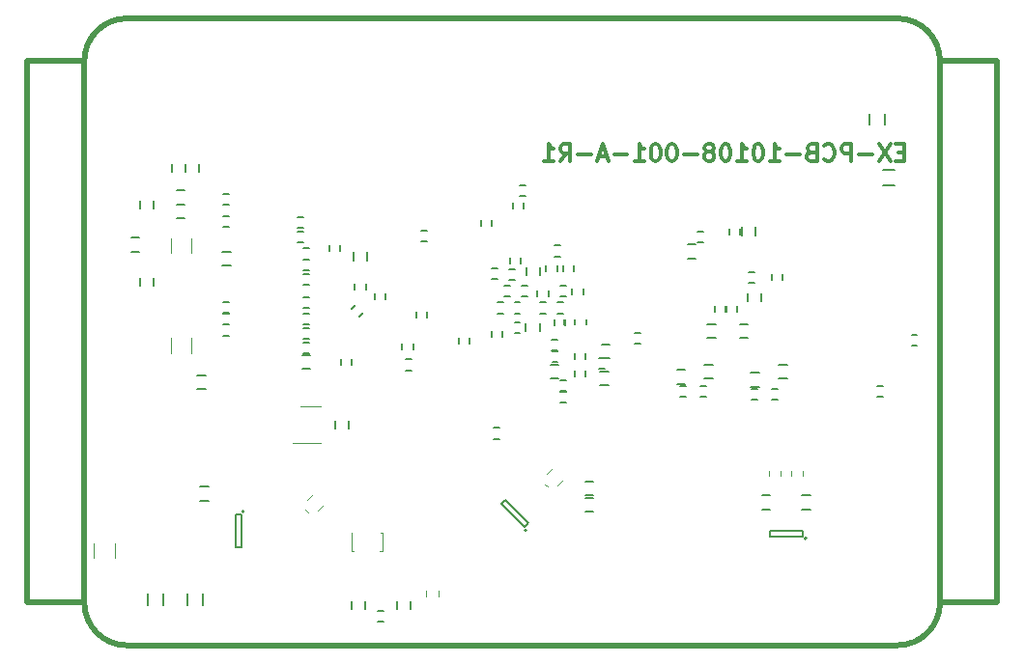
<source format=gbr>
%TF.GenerationSoftware,KiCad,Pcbnew,(6.0.1-0)*%
%TF.CreationDate,2022-12-27T13:33:37-05:00*%
%TF.ProjectId,EX-PCB-10108-001,45582d50-4342-42d3-9130-3130382d3030,A*%
%TF.SameCoordinates,Original*%
%TF.FileFunction,Legend,Bot*%
%TF.FilePolarity,Positive*%
%FSLAX46Y46*%
G04 Gerber Fmt 4.6, Leading zero omitted, Abs format (unit mm)*
G04 Created by KiCad (PCBNEW (6.0.1-0)) date 2022-12-27 13:33:37*
%MOMM*%
%LPD*%
G01*
G04 APERTURE LIST*
%TA.AperFunction,Profile*%
%ADD10C,0.500000*%
%TD*%
%ADD11C,0.300000*%
%ADD12C,0.150000*%
%ADD13C,0.120000*%
%ADD14C,0.100000*%
G04 APERTURE END LIST*
D10*
X46450000Y-85300000D02*
X46450000Y-132800000D01*
X46450000Y-132800000D02*
G75*
G03*
X50200000Y-136550000I3750001J1D01*
G01*
X126450000Y-85300000D02*
X126450000Y-132800000D01*
X121450000Y-85300000D02*
G75*
G03*
X117700000Y-81550000I-3750001J-1D01*
G01*
X121450000Y-85300000D02*
X121450000Y-132800000D01*
X121450000Y-132800000D02*
X126450000Y-132800000D01*
X117700000Y-136550000D02*
X50200000Y-136550000D01*
X41450000Y-132800000D02*
X46450000Y-132800000D01*
X117700000Y-136550000D02*
G75*
G03*
X121450000Y-132800000I-1J3750001D01*
G01*
X126450000Y-85300000D02*
X121450000Y-85300000D01*
X50200000Y-81550000D02*
G75*
G03*
X46450000Y-85300000I1J-3750001D01*
G01*
X41450000Y-85300000D02*
X46450000Y-85300000D01*
X41450000Y-85300000D02*
X41450000Y-132800000D01*
X117700000Y-81550000D02*
X50200000Y-81550000D01*
D11*
X118300000Y-93292857D02*
X117800000Y-93292857D01*
X117585714Y-94078571D02*
X118300000Y-94078571D01*
X118300000Y-92578571D01*
X117585714Y-92578571D01*
X117085714Y-92578571D02*
X116085714Y-94078571D01*
X116085714Y-92578571D02*
X117085714Y-94078571D01*
X115514285Y-93507142D02*
X114371428Y-93507142D01*
X113657142Y-94078571D02*
X113657142Y-92578571D01*
X113085714Y-92578571D01*
X112942857Y-92650000D01*
X112871428Y-92721428D01*
X112800000Y-92864285D01*
X112800000Y-93078571D01*
X112871428Y-93221428D01*
X112942857Y-93292857D01*
X113085714Y-93364285D01*
X113657142Y-93364285D01*
X111300000Y-93935714D02*
X111371428Y-94007142D01*
X111585714Y-94078571D01*
X111728571Y-94078571D01*
X111942857Y-94007142D01*
X112085714Y-93864285D01*
X112157142Y-93721428D01*
X112228571Y-93435714D01*
X112228571Y-93221428D01*
X112157142Y-92935714D01*
X112085714Y-92792857D01*
X111942857Y-92650000D01*
X111728571Y-92578571D01*
X111585714Y-92578571D01*
X111371428Y-92650000D01*
X111300000Y-92721428D01*
X110157142Y-93292857D02*
X109942857Y-93364285D01*
X109871428Y-93435714D01*
X109800000Y-93578571D01*
X109800000Y-93792857D01*
X109871428Y-93935714D01*
X109942857Y-94007142D01*
X110085714Y-94078571D01*
X110657142Y-94078571D01*
X110657142Y-92578571D01*
X110157142Y-92578571D01*
X110014285Y-92650000D01*
X109942857Y-92721428D01*
X109871428Y-92864285D01*
X109871428Y-93007142D01*
X109942857Y-93150000D01*
X110014285Y-93221428D01*
X110157142Y-93292857D01*
X110657142Y-93292857D01*
X109157142Y-93507142D02*
X108014285Y-93507142D01*
X106514285Y-94078571D02*
X107371428Y-94078571D01*
X106942857Y-94078571D02*
X106942857Y-92578571D01*
X107085714Y-92792857D01*
X107228571Y-92935714D01*
X107371428Y-93007142D01*
X105585714Y-92578571D02*
X105442857Y-92578571D01*
X105300000Y-92650000D01*
X105228571Y-92721428D01*
X105157142Y-92864285D01*
X105085714Y-93150000D01*
X105085714Y-93507142D01*
X105157142Y-93792857D01*
X105228571Y-93935714D01*
X105300000Y-94007142D01*
X105442857Y-94078571D01*
X105585714Y-94078571D01*
X105728571Y-94007142D01*
X105800000Y-93935714D01*
X105871428Y-93792857D01*
X105942857Y-93507142D01*
X105942857Y-93150000D01*
X105871428Y-92864285D01*
X105800000Y-92721428D01*
X105728571Y-92650000D01*
X105585714Y-92578571D01*
X103657142Y-94078571D02*
X104514285Y-94078571D01*
X104085714Y-94078571D02*
X104085714Y-92578571D01*
X104228571Y-92792857D01*
X104371428Y-92935714D01*
X104514285Y-93007142D01*
X102728571Y-92578571D02*
X102585714Y-92578571D01*
X102442857Y-92650000D01*
X102371428Y-92721428D01*
X102300000Y-92864285D01*
X102228571Y-93150000D01*
X102228571Y-93507142D01*
X102300000Y-93792857D01*
X102371428Y-93935714D01*
X102442857Y-94007142D01*
X102585714Y-94078571D01*
X102728571Y-94078571D01*
X102871428Y-94007142D01*
X102942857Y-93935714D01*
X103014285Y-93792857D01*
X103085714Y-93507142D01*
X103085714Y-93150000D01*
X103014285Y-92864285D01*
X102942857Y-92721428D01*
X102871428Y-92650000D01*
X102728571Y-92578571D01*
X101371428Y-93221428D02*
X101514285Y-93150000D01*
X101585714Y-93078571D01*
X101657142Y-92935714D01*
X101657142Y-92864285D01*
X101585714Y-92721428D01*
X101514285Y-92650000D01*
X101371428Y-92578571D01*
X101085714Y-92578571D01*
X100942857Y-92650000D01*
X100871428Y-92721428D01*
X100800000Y-92864285D01*
X100800000Y-92935714D01*
X100871428Y-93078571D01*
X100942857Y-93150000D01*
X101085714Y-93221428D01*
X101371428Y-93221428D01*
X101514285Y-93292857D01*
X101585714Y-93364285D01*
X101657142Y-93507142D01*
X101657142Y-93792857D01*
X101585714Y-93935714D01*
X101514285Y-94007142D01*
X101371428Y-94078571D01*
X101085714Y-94078571D01*
X100942857Y-94007142D01*
X100871428Y-93935714D01*
X100800000Y-93792857D01*
X100800000Y-93507142D01*
X100871428Y-93364285D01*
X100942857Y-93292857D01*
X101085714Y-93221428D01*
X100157142Y-93507142D02*
X99014285Y-93507142D01*
X98014285Y-92578571D02*
X97871428Y-92578571D01*
X97728571Y-92650000D01*
X97657142Y-92721428D01*
X97585714Y-92864285D01*
X97514285Y-93150000D01*
X97514285Y-93507142D01*
X97585714Y-93792857D01*
X97657142Y-93935714D01*
X97728571Y-94007142D01*
X97871428Y-94078571D01*
X98014285Y-94078571D01*
X98157142Y-94007142D01*
X98228571Y-93935714D01*
X98300000Y-93792857D01*
X98371428Y-93507142D01*
X98371428Y-93150000D01*
X98300000Y-92864285D01*
X98228571Y-92721428D01*
X98157142Y-92650000D01*
X98014285Y-92578571D01*
X96585714Y-92578571D02*
X96442857Y-92578571D01*
X96300000Y-92650000D01*
X96228571Y-92721428D01*
X96157142Y-92864285D01*
X96085714Y-93150000D01*
X96085714Y-93507142D01*
X96157142Y-93792857D01*
X96228571Y-93935714D01*
X96300000Y-94007142D01*
X96442857Y-94078571D01*
X96585714Y-94078571D01*
X96728571Y-94007142D01*
X96800000Y-93935714D01*
X96871428Y-93792857D01*
X96942857Y-93507142D01*
X96942857Y-93150000D01*
X96871428Y-92864285D01*
X96800000Y-92721428D01*
X96728571Y-92650000D01*
X96585714Y-92578571D01*
X94657142Y-94078571D02*
X95514285Y-94078571D01*
X95085714Y-94078571D02*
X95085714Y-92578571D01*
X95228571Y-92792857D01*
X95371428Y-92935714D01*
X95514285Y-93007142D01*
X94014285Y-93507142D02*
X92871428Y-93507142D01*
X92228571Y-93650000D02*
X91514285Y-93650000D01*
X92371428Y-94078571D02*
X91871428Y-92578571D01*
X91371428Y-94078571D01*
X90871428Y-93507142D02*
X89728571Y-93507142D01*
X88157142Y-94078571D02*
X88657142Y-93364285D01*
X89014285Y-94078571D02*
X89014285Y-92578571D01*
X88442857Y-92578571D01*
X88300000Y-92650000D01*
X88228571Y-92721428D01*
X88157142Y-92864285D01*
X88157142Y-93078571D01*
X88228571Y-93221428D01*
X88300000Y-93292857D01*
X88442857Y-93364285D01*
X89014285Y-93364285D01*
X86728571Y-94078571D02*
X87585714Y-94078571D01*
X87157142Y-94078571D02*
X87157142Y-92578571D01*
X87300000Y-92792857D01*
X87442857Y-92935714D01*
X87585714Y-93007142D01*
D12*
X66225000Y-111100000D02*
X65525000Y-111100000D01*
X65525000Y-112300000D02*
X66225000Y-112300000D01*
X87900000Y-110675000D02*
X87400000Y-110675000D01*
X87400000Y-109725000D02*
X87900000Y-109725000D01*
X88150000Y-104975000D02*
X88650000Y-104975000D01*
X88650000Y-105925000D02*
X88150000Y-105925000D01*
X89475000Y-108425000D02*
X89475000Y-107925000D01*
X90425000Y-107925000D02*
X90425000Y-108425000D01*
X86175000Y-105950000D02*
X86175000Y-105450000D01*
X87125000Y-105450000D02*
X87125000Y-105950000D01*
X86900000Y-107425000D02*
X86400000Y-107425000D01*
X86400000Y-106475000D02*
X86900000Y-106475000D01*
X90375000Y-112450000D02*
X90375000Y-112950000D01*
X89425000Y-112950000D02*
X89425000Y-112450000D01*
X84650000Y-107425000D02*
X84150000Y-107425000D01*
X84150000Y-106475000D02*
X84650000Y-106475000D01*
X87675000Y-108450000D02*
X87675000Y-107950000D01*
X88625000Y-107950000D02*
X88625000Y-108450000D01*
X88400000Y-107425000D02*
X87900000Y-107425000D01*
X87900000Y-106475000D02*
X88400000Y-106475000D01*
X90375000Y-110950000D02*
X90375000Y-111450000D01*
X89425000Y-111450000D02*
X89425000Y-110950000D01*
X85250000Y-105925000D02*
X84750000Y-105925000D01*
X84750000Y-104975000D02*
X85250000Y-104975000D01*
X85150000Y-108275000D02*
X85150000Y-108975000D01*
X86350000Y-108975000D02*
X86350000Y-108275000D01*
X92050000Y-112275000D02*
X91550000Y-112275000D01*
X91550000Y-111325000D02*
X92050000Y-111325000D01*
X87875000Y-103200000D02*
X87875000Y-103700000D01*
X86925000Y-103700000D02*
X86925000Y-103200000D01*
X89375000Y-103200000D02*
X89375000Y-103700000D01*
X88425000Y-103700000D02*
X88425000Y-103200000D01*
X86400000Y-104100000D02*
X86400000Y-103400000D01*
X85200000Y-103400000D02*
X85200000Y-104100000D01*
X84650000Y-109175000D02*
X84150000Y-109175000D01*
X84150000Y-108225000D02*
X84650000Y-108225000D01*
X65150000Y-98975000D02*
X65650000Y-98975000D01*
X65650000Y-99925000D02*
X65150000Y-99925000D01*
X65650000Y-101175000D02*
X65150000Y-101175000D01*
X65150000Y-100225000D02*
X65650000Y-100225000D01*
X82175000Y-109450000D02*
X82175000Y-108950000D01*
X83125000Y-108950000D02*
X83125000Y-109450000D01*
X84150000Y-104525000D02*
X83650000Y-104525000D01*
X83650000Y-103575000D02*
X84150000Y-103575000D01*
X83150000Y-107425000D02*
X82650000Y-107425000D01*
X82650000Y-106475000D02*
X83150000Y-106475000D01*
X83800000Y-105925000D02*
X83300000Y-105925000D01*
X83300000Y-104975000D02*
X83800000Y-104975000D01*
X71250000Y-102775000D02*
X71250000Y-102075000D01*
X70050000Y-102075000D02*
X70050000Y-102775000D01*
X65650000Y-108725000D02*
X66150000Y-108725000D01*
X66150000Y-109675000D02*
X65650000Y-109675000D01*
X76525000Y-107300000D02*
X76525000Y-107800000D01*
X75575000Y-107800000D02*
X75575000Y-107300000D01*
X72875000Y-105700000D02*
X72875000Y-106200000D01*
X71925000Y-106200000D02*
X71925000Y-105700000D01*
X67925000Y-101950000D02*
X67925000Y-101450000D01*
X68875000Y-101450000D02*
X68875000Y-101950000D01*
X76450000Y-101125000D02*
X75950000Y-101125000D01*
X75950000Y-100175000D02*
X76450000Y-100175000D01*
X74325000Y-110600000D02*
X74325000Y-110100000D01*
X75275000Y-110100000D02*
X75275000Y-110600000D01*
X74650000Y-111475000D02*
X75150000Y-111475000D01*
X75150000Y-112425000D02*
X74650000Y-112425000D01*
X70912652Y-107359099D02*
X70559099Y-107712652D01*
X69887348Y-107040901D02*
X70240901Y-106687348D01*
X69875000Y-111450000D02*
X69875000Y-111950000D01*
X68925000Y-111950000D02*
X68925000Y-111450000D01*
X65650000Y-109975000D02*
X66150000Y-109975000D01*
X66150000Y-110925000D02*
X65650000Y-110925000D01*
X65650000Y-107475000D02*
X66150000Y-107475000D01*
X66150000Y-108425000D02*
X65650000Y-108425000D01*
X65650000Y-105975000D02*
X66150000Y-105975000D01*
X66150000Y-106925000D02*
X65650000Y-106925000D01*
X65650000Y-101725000D02*
X66150000Y-101725000D01*
X66150000Y-102675000D02*
X65650000Y-102675000D01*
X82150000Y-103475000D02*
X82650000Y-103475000D01*
X82650000Y-104425000D02*
X82150000Y-104425000D01*
X88150000Y-102425000D02*
X87650000Y-102425000D01*
X87650000Y-101475000D02*
X88150000Y-101475000D01*
X55325000Y-94325000D02*
X55325000Y-95025000D01*
X56525000Y-95025000D02*
X56525000Y-94325000D01*
X55325000Y-95025000D02*
X55325000Y-94325000D01*
X54125000Y-94325000D02*
X54125000Y-95025000D01*
X79275000Y-110100000D02*
X79275000Y-109600000D01*
X80225000Y-109600000D02*
X80225000Y-110100000D01*
X71125000Y-104822599D02*
X71125000Y-105322599D01*
X70175000Y-105322599D02*
X70175000Y-104822599D01*
X66150000Y-104925000D02*
X65650000Y-104925000D01*
X65650000Y-103975000D02*
X66150000Y-103975000D01*
X65650000Y-102725000D02*
X66150000Y-102725000D01*
X66150000Y-103675000D02*
X65650000Y-103675000D01*
X84675000Y-102550000D02*
X84675000Y-103050000D01*
X83725000Y-103050000D02*
X83725000Y-102550000D01*
X59275000Y-102050000D02*
X58575000Y-102050000D01*
X58575000Y-103250000D02*
X59275000Y-103250000D01*
X89475000Y-107925000D02*
X89475000Y-108425000D01*
X88525000Y-108425000D02*
X88525000Y-107925000D01*
X92525000Y-110150000D02*
X91825000Y-110150000D01*
X91825000Y-111350000D02*
X92525000Y-111350000D01*
X91675000Y-113750000D02*
X92375000Y-113750000D01*
X92375000Y-112550000D02*
X91675000Y-112550000D01*
X59150000Y-109375000D02*
X58650000Y-109375000D01*
X58650000Y-108425000D02*
X59150000Y-108425000D01*
X54575000Y-99100000D02*
X55275000Y-99100000D01*
X55275000Y-97900000D02*
X54575000Y-97900000D01*
X82300000Y-117475000D02*
X82800000Y-117475000D01*
X82800000Y-118425000D02*
X82300000Y-118425000D01*
D13*
X67200000Y-118810000D02*
X64750000Y-118810000D01*
X65400000Y-115590000D02*
X67200000Y-115590000D01*
D12*
X69650000Y-117525000D02*
X69650000Y-116825000D01*
X68450000Y-116825000D02*
X68450000Y-117525000D01*
X55275000Y-96650000D02*
X54575000Y-96650000D01*
X54575000Y-97850000D02*
X55275000Y-97850000D01*
X58650000Y-107425000D02*
X59150000Y-107425000D01*
X59150000Y-108375000D02*
X58650000Y-108375000D01*
X58650000Y-106425000D02*
X59150000Y-106425000D01*
X59150000Y-107375000D02*
X58650000Y-107375000D01*
X82175000Y-99250000D02*
X82175000Y-99750000D01*
X81225000Y-99750000D02*
X81225000Y-99250000D01*
X85150000Y-97125000D02*
X84650000Y-97125000D01*
X84650000Y-96175000D02*
X85150000Y-96175000D01*
X84025000Y-98200000D02*
X84025000Y-97700000D01*
X84975000Y-97700000D02*
X84975000Y-98200000D01*
X94725000Y-109125000D02*
X95225000Y-109125000D01*
X95225000Y-110075000D02*
X94725000Y-110075000D01*
D14*
X87028249Y-122633883D02*
X86816117Y-122421751D01*
X87452513Y-121007538D02*
X86957538Y-121502513D01*
X88442462Y-121997487D02*
X87947487Y-122492462D01*
D12*
X103675000Y-106750000D02*
X103675000Y-107250000D01*
X102725000Y-107250000D02*
X102725000Y-106750000D01*
X105200000Y-104725000D02*
X104700000Y-104725000D01*
X104700000Y-103775000D02*
X105200000Y-103775000D01*
X101725000Y-107250000D02*
X101725000Y-106750000D01*
X102675000Y-106750000D02*
X102675000Y-107250000D01*
X103925000Y-100000000D02*
X103925000Y-100500000D01*
X102975000Y-100500000D02*
X102975000Y-100000000D01*
D14*
X47290000Y-128900000D02*
X47290000Y-127600000D01*
X49110000Y-128900000D02*
X49110000Y-127600000D01*
X66452513Y-123257538D02*
X65957538Y-123752513D01*
X67442462Y-124247487D02*
X66947487Y-124742462D01*
X66028249Y-124883883D02*
X65816117Y-124671751D01*
D12*
X85402082Y-125848528D02*
X85048528Y-126202082D01*
X85048528Y-126202082D02*
X82997918Y-124151472D01*
X82997918Y-124151472D02*
X83351472Y-123797918D01*
X83351472Y-123797918D02*
X85402082Y-125848528D01*
X85219238Y-126484924D02*
G75*
G03*
X85219238Y-126484924I-99999J0D01*
G01*
X59700000Y-127950000D02*
X59700000Y-125050000D01*
X60200000Y-127950000D02*
X59700000Y-127950000D01*
X59700000Y-125050000D02*
X60200000Y-125050000D01*
X60200000Y-125050000D02*
X60200000Y-127950000D01*
X60450000Y-124800000D02*
G75*
G03*
X60450000Y-124800000I-100000J0D01*
G01*
X106500000Y-126500000D02*
X109400000Y-126500000D01*
X106500000Y-127000000D02*
X106500000Y-126500000D01*
X109400000Y-127000000D02*
X106500000Y-127000000D01*
X109400000Y-126500000D02*
X109400000Y-127000000D01*
X109750000Y-127150000D02*
G75*
G03*
X109750000Y-127150000I-100000J0D01*
G01*
X51350000Y-104325000D02*
X51350000Y-105025000D01*
X52550000Y-105025000D02*
X52550000Y-104325000D01*
X99075000Y-112400000D02*
X98375000Y-112400000D01*
X98375000Y-113600000D02*
X99075000Y-113600000D01*
X51350000Y-97525000D02*
X51350000Y-98225000D01*
X52550000Y-98225000D02*
X52550000Y-97525000D01*
X90375000Y-124850000D02*
X91075000Y-124850000D01*
X91075000Y-123650000D02*
X90375000Y-123650000D01*
X91075000Y-122150000D02*
X90375000Y-122150000D01*
X90375000Y-123350000D02*
X91075000Y-123350000D01*
X51275000Y-100800000D02*
X50575000Y-100800000D01*
X50575000Y-102000000D02*
X51275000Y-102000000D01*
X57075000Y-112900000D02*
X56375000Y-112900000D01*
X56375000Y-114100000D02*
X57075000Y-114100000D01*
X108025000Y-111900000D02*
X107325000Y-111900000D01*
X107325000Y-113100000D02*
X108025000Y-113100000D01*
X72700000Y-134475000D02*
X72200000Y-134475000D01*
X72200000Y-133525000D02*
X72700000Y-133525000D01*
X69850000Y-132675000D02*
X69850000Y-133375000D01*
X71050000Y-133375000D02*
X71050000Y-132675000D01*
X75050000Y-133375000D02*
X75050000Y-132675000D01*
X73850000Y-132675000D02*
X73850000Y-133375000D01*
X105575000Y-112650000D02*
X104875000Y-112650000D01*
X104875000Y-113850000D02*
X105575000Y-113850000D01*
X100825000Y-113100000D02*
X101525000Y-113100000D01*
X101525000Y-111900000D02*
X100825000Y-111900000D01*
X88025000Y-111900000D02*
X87325000Y-111900000D01*
X87325000Y-113100000D02*
X88025000Y-113100000D01*
X110075000Y-123400000D02*
X109375000Y-123400000D01*
X109375000Y-124600000D02*
X110075000Y-124600000D01*
X105825000Y-124600000D02*
X106525000Y-124600000D01*
X106525000Y-123400000D02*
X105825000Y-123400000D01*
X57325000Y-122650000D02*
X56625000Y-122650000D01*
X56625000Y-123850000D02*
X57325000Y-123850000D01*
D14*
X54040000Y-102150000D02*
X54040000Y-100850000D01*
X55860000Y-102150000D02*
X55860000Y-100850000D01*
X55860000Y-110900000D02*
X55860000Y-109600000D01*
X54040000Y-110900000D02*
X54040000Y-109600000D01*
D13*
X77460000Y-132220000D02*
X77460000Y-131780000D01*
X76440000Y-132220000D02*
X76440000Y-131780000D01*
X109460000Y-121280000D02*
X109460000Y-121720000D01*
X108440000Y-121280000D02*
X108440000Y-121720000D01*
X107460000Y-121280000D02*
X107460000Y-121720000D01*
X106440000Y-121280000D02*
X106440000Y-121720000D01*
D12*
X104950000Y-114025000D02*
X105450000Y-114025000D01*
X105450000Y-114975000D02*
X104950000Y-114975000D01*
X106700000Y-114025000D02*
X107200000Y-114025000D01*
X107200000Y-114975000D02*
X106700000Y-114975000D01*
X98700000Y-113775000D02*
X99200000Y-113775000D01*
X99200000Y-114725000D02*
X98700000Y-114725000D01*
X100450000Y-113775000D02*
X100950000Y-113775000D01*
X100950000Y-114725000D02*
X100450000Y-114725000D01*
X116450000Y-96175000D02*
X117450000Y-96175000D01*
X117450000Y-94825000D02*
X116450000Y-94825000D01*
X115275000Y-89900000D02*
X115275000Y-90900000D01*
X116625000Y-90900000D02*
X116625000Y-89900000D01*
X52025000Y-132000000D02*
X52025000Y-133000000D01*
X53375000Y-133000000D02*
X53375000Y-132000000D01*
X56875000Y-133000000D02*
X56875000Y-132000000D01*
X55525000Y-132000000D02*
X55525000Y-133000000D01*
D14*
X69850000Y-128300000D02*
X69850000Y-126700000D01*
X69850000Y-128300000D02*
X70030000Y-128300000D01*
X72550000Y-128290000D02*
X72550000Y-126710000D01*
X72370000Y-128290000D02*
X72550000Y-128290000D01*
X72380000Y-126710000D02*
X72550000Y-126710000D01*
D12*
X59150000Y-97875000D02*
X58650000Y-97875000D01*
X58650000Y-96925000D02*
X59150000Y-96925000D01*
X59150000Y-99875000D02*
X58650000Y-99875000D01*
X58650000Y-98925000D02*
X59150000Y-98925000D01*
X58650000Y-97925000D02*
X59150000Y-97925000D01*
X59150000Y-98875000D02*
X58650000Y-98875000D01*
X107675000Y-104000000D02*
X107675000Y-104500000D01*
X106725000Y-104500000D02*
X106725000Y-104000000D01*
X90175000Y-105250000D02*
X90175000Y-105750000D01*
X89225000Y-105750000D02*
X89225000Y-105250000D01*
X87450000Y-110775000D02*
X87950000Y-110775000D01*
X87950000Y-111725000D02*
X87450000Y-111725000D01*
X88650000Y-115225000D02*
X88150000Y-115225000D01*
X88150000Y-114275000D02*
X88650000Y-114275000D01*
X88200000Y-113275000D02*
X88700000Y-113275000D01*
X88700000Y-114225000D02*
X88200000Y-114225000D01*
X104575000Y-108400000D02*
X103875000Y-108400000D01*
X103875000Y-109600000D02*
X104575000Y-109600000D01*
X104600000Y-105675000D02*
X104600000Y-106375000D01*
X105800000Y-106375000D02*
X105800000Y-105675000D01*
X101075000Y-109600000D02*
X101775000Y-109600000D01*
X101775000Y-108400000D02*
X101075000Y-108400000D01*
X104100000Y-99875000D02*
X104100000Y-100575000D01*
X105300000Y-100575000D02*
X105300000Y-99875000D01*
X100700000Y-101225000D02*
X100200000Y-101225000D01*
X100200000Y-100275000D02*
X100700000Y-100275000D01*
X99325000Y-102600000D02*
X100025000Y-102600000D01*
X100025000Y-101400000D02*
X99325000Y-101400000D01*
X115950000Y-113775000D02*
X116450000Y-113775000D01*
X116450000Y-114725000D02*
X115950000Y-114725000D01*
X119450000Y-110225000D02*
X118950000Y-110225000D01*
X118950000Y-109275000D02*
X119450000Y-109275000D01*
M02*

</source>
